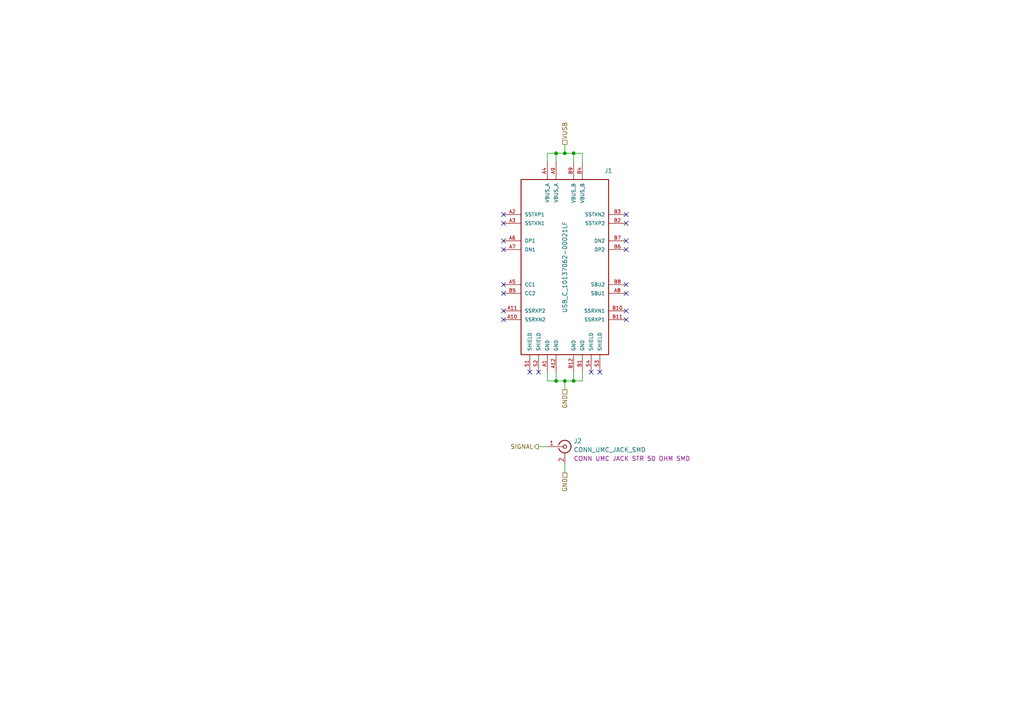
<source format=kicad_sch>
(kicad_sch (version 20230121) (generator eeschema)
  (paper "A4")
  (lib_symbols
    (symbol "Janelia:CONN_UMC_JACK_SMD" (pin_names (offset 1.016) hide)
      (property "Reference" "J" (at 0.254 3.048 0))
      (property "Value" "CONN_UMC_JACK_SMD" (at 2.921 0 90))
      (property "Description" "CONN UMC JACK STR 50 OHM SMD" (at 0 0 0))
      (symbol "CONN_UMC_JACK_SMD_0_1"
        (arc (start -1.778 -0.508) (mid 0.2311 -1.8066) (end 1.778 0) (stroke (width 0.254)))
        (polyline (pts (xy -2.54 0) (xy -0.508 0)))
        (polyline (pts (xy 0 -2.54) (xy 0 -1.778)))
        (circle (center 0 0) (radius 0.508) (stroke (width 0.2032)))
        (arc (start 1.778 0) (mid 0.2099 1.8101) (end -1.778 0.508) (stroke (width 0.254)))
      )
      (symbol "CONN_UMC_JACK_SMD_1_1"
        (pin passive line (at -5.08 0 0) (length 2.54) (name "In") (number "1"))
        (pin passive line (at 0 -5.08 90) (length 2.54) (name "Ext") (number "2"))
      )
    )
    (symbol "Janelia:USB_C_10137062-00021LF" (pin_names (offset 1.016))
      (property "Reference" "J" (at 12.7 27.94 0))
      (property "Value" "USB_C_10137062-00021LF" (at 50.8 -33.02 0))
      (symbol "USB_C_10137062-00021LF_0_0"
        (rectangle (start -12.7 25.4) (end 12.7 -25.4) (stroke (width 0.254)))
        (pin power_out line (at -5.08 -30.48 90) (length 5.08) (name "GND") (number "A1"))
        (pin input line (at -17.78 -15.24 0) (length 5.08) (name "SSRXN2") (number "A10"))
        (pin input line (at -17.78 -12.7 0) (length 5.08) (name "SSRXP2") (number "A11"))
        (pin power_out line (at -2.54 -30.48 90) (length 5.08) (name "GND") (number "A12"))
        (pin output line (at -17.78 15.24 0) (length 5.08) (name "SSTXP1") (number "A2"))
        (pin output line (at -17.78 12.7 0) (length 5.08) (name "SSTXN1") (number "A3"))
        (pin power_out line (at -5.08 30.48 270) (length 5.08) (name "VBUS_A") (number "A4"))
        (pin bidirectional line (at -17.78 -5.08 0) (length 5.08) (name "CC1") (number "A5"))
        (pin bidirectional line (at -17.78 7.62 0) (length 5.08) (name "DP1") (number "A6"))
        (pin bidirectional line (at -17.78 5.08 0) (length 5.08) (name "DN1") (number "A7"))
        (pin bidirectional line (at 17.78 -7.62 180) (length 5.08) (name "SBU1") (number "A8"))
        (pin power_out line (at -2.54 30.48 270) (length 5.08) (name "VBUS_A") (number "A9"))
        (pin power_out line (at 5.08 -30.48 90) (length 5.08) (name "GND") (number "B1"))
        (pin input line (at 17.78 -12.7 180) (length 5.08) (name "SSRXN1") (number "B10"))
        (pin input line (at 17.78 -15.24 180) (length 5.08) (name "SSRXP1") (number "B11"))
        (pin power_out line (at 2.54 -30.48 90) (length 5.08) (name "GND") (number "B12"))
        (pin output line (at 17.78 12.7 180) (length 5.08) (name "SSTXP2") (number "B2"))
        (pin output line (at 17.78 15.24 180) (length 5.08) (name "SSTXN2") (number "B3"))
        (pin power_out line (at 5.08 30.48 270) (length 5.08) (name "VBUS_B") (number "B4"))
        (pin bidirectional line (at -17.78 -7.62 0) (length 5.08) (name "CC2") (number "B5"))
        (pin bidirectional line (at 17.78 5.08 180) (length 5.08) (name "DP2") (number "B6"))
        (pin bidirectional line (at 17.78 7.62 180) (length 5.08) (name "DN2") (number "B7"))
        (pin bidirectional line (at 17.78 -5.08 180) (length 5.08) (name "SBU2") (number "B8"))
        (pin power_out line (at 2.54 30.48 270) (length 5.08) (name "VBUS_B") (number "B9"))
        (pin power_in line (at -10.16 -30.48 90) (length 5.08) (name "SHIELD") (number "S1"))
        (pin power_in line (at -7.62 -30.48 90) (length 5.08) (name "SHIELD") (number "S2"))
        (pin power_in line (at 10.16 -30.48 90) (length 5.08) (name "SHIELD") (number "S3"))
        (pin power_in line (at 7.62 -30.48 90) (length 5.08) (name "SHIELD") (number "S4"))
      )
    )
  )
  (junction (at 163.83 44.45))
  (junction (at 166.37 44.45))
  (junction (at 161.29 110.49))
  (junction (at 163.83 110.49))
  (junction (at 161.29 44.45))
  (junction (at 166.37 110.49))
  (no_connect (at 181.61 92.71))
  (no_connect (at 146.05 92.71))
  (no_connect (at 146.05 72.39))
  (no_connect (at 181.61 62.23))
  (no_connect (at 181.61 85.09))
  (no_connect (at 153.67 107.95))
  (no_connect (at 181.61 72.39))
  (no_connect (at 181.61 69.85))
  (no_connect (at 181.61 64.77))
  (no_connect (at 146.05 69.85))
  (no_connect (at 156.21 107.95))
  (no_connect (at 146.05 82.55))
  (no_connect (at 181.61 82.55))
  (no_connect (at 173.99 107.95))
  (no_connect (at 146.05 85.09))
  (no_connect (at 146.05 90.17))
  (no_connect (at 146.05 64.77))
  (no_connect (at 146.05 62.23))
  (no_connect (at 181.61 90.17))
  (no_connect (at 171.45 107.95))
  (wire (pts (xy 166.37 44.45) (xy 168.91 44.45)))
  (wire (pts (xy 166.37 44.45) (xy 166.37 46.99)))
  (wire (pts (xy 166.37 110.49) (xy 168.91 110.49)))
  (wire (pts (xy 161.29 107.95) (xy 161.29 110.49)))
  (wire (pts (xy 161.29 110.49) (xy 163.83 110.49)))
  (wire (pts (xy 166.37 107.95) (xy 166.37 110.49)))
  (wire (pts (xy 168.91 44.45) (xy 168.91 46.99)))
  (wire (pts (xy 158.75 110.49) (xy 161.29 110.49)))
  (wire (pts (xy 161.29 44.45) (xy 163.83 44.45)))
  (wire (pts (xy 158.75 107.95) (xy 158.75 110.49)))
  (wire (pts (xy 163.83 44.45) (xy 166.37 44.45)))
  (wire (pts (xy 158.75 44.45) (xy 161.29 44.45)))
  (wire (pts (xy 163.83 110.49) (xy 163.83 113.03)))
  (wire (pts (xy 163.83 134.62) (xy 163.83 137.16)))
  (wire (pts (xy 163.83 110.49) (xy 166.37 110.49)))
  (wire (pts (xy 163.83 41.91) (xy 163.83 44.45)))
  (wire (pts (xy 158.75 46.99) (xy 158.75 44.45)))
  (wire (pts (xy 156.21 129.54) (xy 158.75 129.54)))
  (wire (pts (xy 168.91 107.95) (xy 168.91 110.49)))
  (wire (pts (xy 161.29 44.45) (xy 161.29 46.99)))
  (hierarchical_label "VUSB" (shape passive) (at 163.83 41.91 90))
  (hierarchical_label "GND" (shape passive) (at 163.83 137.16 270))
  (hierarchical_label "GND" (shape passive) (at 163.83 113.03 270))
  (hierarchical_label "SIGNAL" (shape output) (at 156.21 129.54 180))
  (symbol (lib_id "Janelia:CONN_UMC_JACK_SMD") (at 163.83 129.54 0) (unit 1)
    (property "Reference" "J2" (at 166.37 127.9282 0) (effects (justify left)))
    (property "Value" "CONN_UMC_JACK_SMD" (at 166.37 130.4682 0) (effects (justify left)))
    (property "Footprint" "Janelia:UMC_AMPHENOL_A-1JB" (effects hide))
    (property "Manufacturer" "Amphenol RF" (effects hide))
    (property "Manufacturer Part Number" "A-1JB" (effects hide))
    (property "Vendor" "Digi-Key" (effects hide))
    (property "Vendor Part Number" "115-A-1JBCT-ND" (effects hide))
    (property "Description" "CONN UMC JACK STR 50 OHM SMD" (at 166.37 133.0082 0) (effects (justify left)))
  )
  (symbol (lib_id "Janelia:USB_C_10137062-00021LF") (at 163.83 77.47 0) (unit 1)
    (property "Reference" "J1" (at 175.26 49.53 0) (effects (justify left)))
    (property "Value" "USB_C_10137062-00021LF" (at 163.83 77.47 90))
    (property "Footprint" "Janelia:USB_C_Receptacle_Amphenol_10137062-00021LF" (effects hide))
    (property "Manufacturer" "Amphenol" (effects hide))
    (property "Manufacturer Part Number" "10137062-00021LF" (effects hide))
    (property "Vendor" "Digi-Key" (effects hide))
    (property "Vendor Part Number" "609-6109-1-ND" (effects hide))
    (property "Description" "CONN RCP USB3.1 TYPEC 24P SMD RA" (effects hide))
  )
)
</source>
